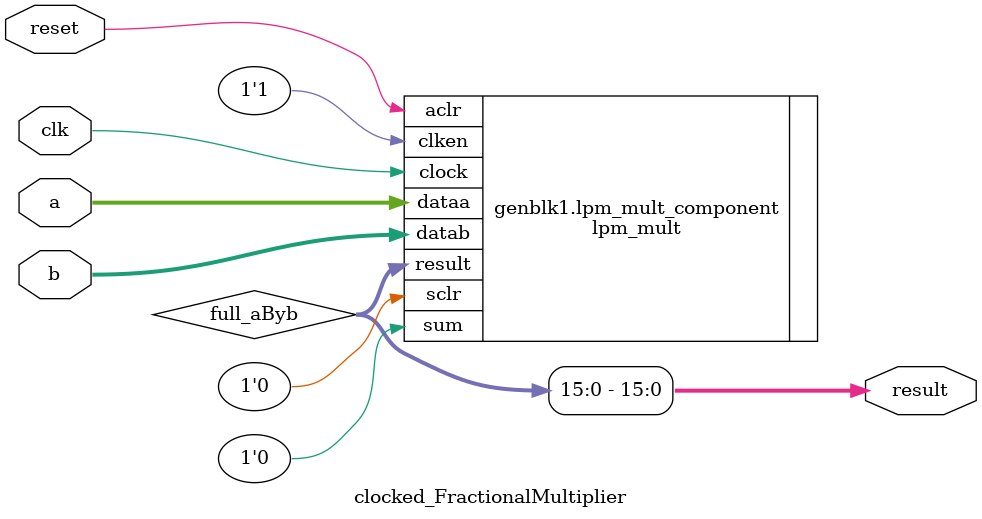
<source format=v>


module FractionalMultiplier #(parameter A_WIDTH = 16,
                              parameter B_WIDTH = 16,
                              parameter OUTPUT_WIDTH = 16,
                              parameter FRAC_BITS_A = 4,
                              parameter FRAC_BITS_B = 4,
                              parameter FRAC_BITS_OUT = 8) (
  input wire signed [A_WIDTH-1:0] a,
  input wire signed [B_WIDTH-1:0] b,
  output wire signed [OUTPUT_WIDTH-1:0] result
);
  wire signed [A_WIDTH + B_WIDTH - 1:0] full_aByb;
 
  assign full_aByb = $signed(a) * $signed(b);
  
  assign result = full_aByb[OUTPUT_WIDTH - 1 + FRAC_BITS_A + FRAC_BITS_B - FRAC_BITS_OUT: 
                                               FRAC_BITS_A + FRAC_BITS_B - FRAC_BITS_OUT];

endmodule

module clocked_FractionalMultiplier #(
          parameter A_WIDTH = 16,
          parameter B_WIDTH = 16,
          parameter OUTPUT_WIDTH = 16,
          parameter FRAC_BITS_A = 4,
          parameter FRAC_BITS_B = 4,
          parameter FRAC_BITS_OUT = 8,
          parameter areSignalsSigned = 1) (
  input wire clk,
  input wire reset,
  input wire signed [A_WIDTH-1:0] a,
  input wire signed [B_WIDTH-1:0] b,
  output wire signed [OUTPUT_WIDTH-1:0] result
);
reg signed [A_WIDTH + B_WIDTH - 1:0] full_aByb;

//generate
//    if(areSignalsSigned)begin
//        always @(posedge clk)
//            full_aByb <= $signed(a) * $signed(b);
//    end else begin
//        always @(posedge clk)
//            full_aByb <= $unsigned(a) * $unsigned(b);
//        
//    end
//endgenerate

assign result = full_aByb[OUTPUT_WIDTH - 1 + FRAC_BITS_A + FRAC_BITS_B - FRAC_BITS_OUT: 
                                               FRAC_BITS_A + FRAC_BITS_B - FRAC_BITS_OUT];

generate
    if(areSignalsSigned)begin
		lpm_mult	lpm_mult_component (
					.aclr (reset),
					.clock (clk),
					.dataa (a),
					.datab (b),
					.result (full_aByb),
					.clken (1'b1),
					.sclr (1'b0),
					.sum (1'b0));
		defparam
			lpm_mult_component.lpm_hint = "MAXIMIZE_SPEED=5",
			lpm_mult_component.lpm_pipeline = 1,
			lpm_mult_component.lpm_representation = "SIGNED",//only difference between the 2 modules
			lpm_mult_component.lpm_type = "LPM_MULT",
			lpm_mult_component.lpm_widtha = A_WIDTH,
			lpm_mult_component.lpm_widthb = B_WIDTH,
			lpm_mult_component.lpm_widthp = A_WIDTH + B_WIDTH;
    end else begin
		lpm_mult	lpm_mult_component (
					.aclr (reset),
					.clock (clk),
					.dataa (a),
					.datab (b),
					.result (full_aByb),
					.clken (1'b1),
					.sclr (1'b0),
					.sum (1'b0));
		defparam
			lpm_mult_component.lpm_hint = "MAXIMIZE_SPEED=5",
			lpm_mult_component.lpm_pipeline = 1,
			lpm_mult_component.lpm_representation = "UNSIGNED",//only difference between the 2 modules
			lpm_mult_component.lpm_type = "LPM_MULT",
			lpm_mult_component.lpm_widtha = A_WIDTH,
			lpm_mult_component.lpm_widthb = B_WIDTH,
			lpm_mult_component.lpm_widthp = A_WIDTH + B_WIDTH;	 
	 end
endgenerate
endmodule

</source>
